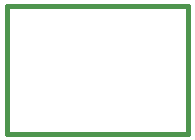
<source format=gbr>
G04 (created by PCBNEW (2013-07-07 BZR 4022)-stable) date 1/29/2014 11:34:29*
%MOIN*%
G04 Gerber Fmt 3.4, Leading zero omitted, Abs format*
%FSLAX34Y34*%
G01*
G70*
G90*
G04 APERTURE LIST*
%ADD10C,0.00590551*%
%ADD11C,0.015*%
G04 APERTURE END LIST*
G54D10*
G54D11*
X55906Y-36181D02*
X49862Y-36181D01*
X49862Y-31890D02*
X55906Y-31890D01*
X49862Y-31890D02*
X49862Y-36181D01*
X55906Y-36181D02*
X55906Y-31890D01*
M02*

</source>
